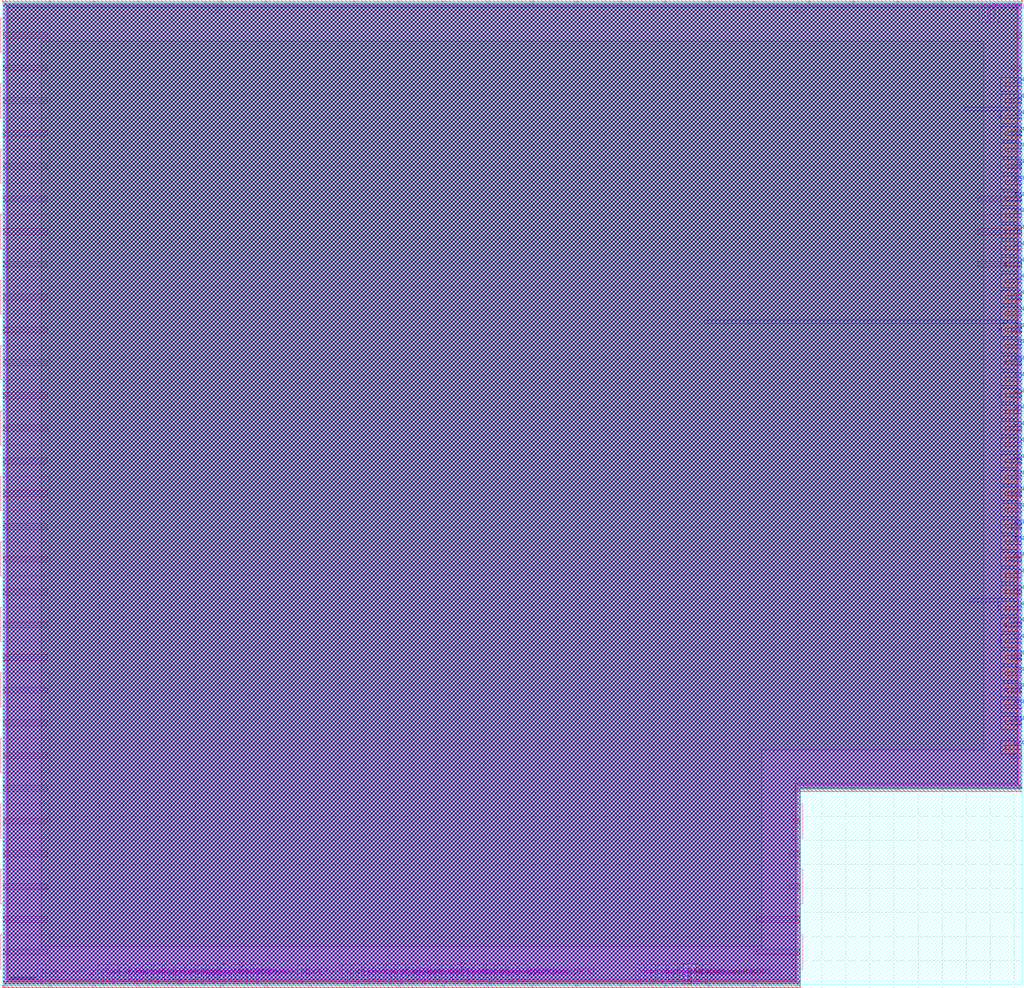
<source format=lef>
VERSION 5.7 ;
BUSBITCHARS "[]" ;

UNITS
  DATABASE MICRONS 1000 ;
END UNITS

MANUFACTURINGGRID 0.005 ;

LAYER nwell
  TYPE MASTERSLICE ;
END nwell

LAYER pwell
  TYPE MASTERSLICE ;
END pwell

LAYER fieldpoly
  TYPE MASTERSLICE ;
END fieldpoly

LAYER li1
  TYPE ROUTING ;
  DIRECTION VERTICAL ;
  PITCH 0.46 ;
  WIDTH 0.17 ;
END li1

LAYER mcon
  TYPE CUT ;
END mcon

LAYER met1
  TYPE ROUTING ;
  DIRECTION HORIZONTAL ;
  PITCH 0.34 ;
  WIDTH 0.14 ;
END met1

LAYER via
  TYPE CUT ;
END via

LAYER met2
  TYPE ROUTING ;
  DIRECTION VERTICAL ;
  PITCH 0.46 ;
  WIDTH 0.14 ;
END met2

LAYER via2
  TYPE CUT ;
END via2

LAYER met3
  TYPE ROUTING ;
  DIRECTION HORIZONTAL ;
  PITCH 0.68 ;
  WIDTH 0.3 ;
END met3

LAYER via3
  TYPE CUT ;
END via3

LAYER met4
  TYPE ROUTING ;
  DIRECTION VERTICAL ;
  PITCH 0.92 ;
  WIDTH 0.3 ;
END met4

LAYER via4
  TYPE CUT ;
END via4

LAYER met5
  TYPE ROUTING ;
  DIRECTION HORIZONTAL ;
  PITCH 3.4 ;
  WIDTH 1.6 ;
END met5

LAYER diff
  TYPE MASTERSLICE ;
END diff

LAYER licon1
  TYPE MASTERSLICE ;
END licon1

LAYER OVERLAP
  TYPE OVERLAP ;
END OVERLAP

VIA L1M1_PR
  LAYER li1 ;
    RECT -0.085 -0.085 0.085 0.085 ;
  LAYER mcon ;
    RECT -0.085 -0.085 0.085 0.085 ;
  LAYER met1 ;
    RECT -0.145 -0.115 0.145 0.115 ;
END L1M1_PR

VIA L1M1_PR_R
  LAYER li1 ;
    RECT -0.085 -0.085 0.085 0.085 ;
  LAYER mcon ;
    RECT -0.085 -0.085 0.085 0.085 ;
  LAYER met1 ;
    RECT -0.115 -0.145 0.115 0.145 ;
END L1M1_PR_R

VIA L1M1_PR_M
  LAYER li1 ;
    RECT -0.085 -0.085 0.085 0.085 ;
  LAYER mcon ;
    RECT -0.085 -0.085 0.085 0.085 ;
  LAYER met1 ;
    RECT -0.115 -0.145 0.115 0.145 ;
END L1M1_PR_M

VIA L1M1_PR_MR
  LAYER li1 ;
    RECT -0.085 -0.085 0.085 0.085 ;
  LAYER mcon ;
    RECT -0.085 -0.085 0.085 0.085 ;
  LAYER met1 ;
    RECT -0.145 -0.115 0.145 0.115 ;
END L1M1_PR_MR

VIA L1M1_PR_C
  LAYER li1 ;
    RECT -0.085 -0.085 0.085 0.085 ;
  LAYER mcon ;
    RECT -0.085 -0.085 0.085 0.085 ;
  LAYER met1 ;
    RECT -0.145 -0.145 0.145 0.145 ;
END L1M1_PR_C

VIA M1M2_PR
  LAYER met1 ;
    RECT -0.16 -0.13 0.16 0.13 ;
  LAYER via ;
    RECT -0.075 -0.075 0.075 0.075 ;
  LAYER met2 ;
    RECT -0.13 -0.16 0.13 0.16 ;
END M1M2_PR

VIA M1M2_PR_Enc
  LAYER met1 ;
    RECT -0.16 -0.13 0.16 0.13 ;
  LAYER via ;
    RECT -0.075 -0.075 0.075 0.075 ;
  LAYER met2 ;
    RECT -0.16 -0.13 0.16 0.13 ;
END M1M2_PR_Enc

VIA M1M2_PR_R
  LAYER met1 ;
    RECT -0.13 -0.16 0.13 0.16 ;
  LAYER via ;
    RECT -0.075 -0.075 0.075 0.075 ;
  LAYER met2 ;
    RECT -0.16 -0.13 0.16 0.13 ;
END M1M2_PR_R

VIA M1M2_PR_R_Enc
  LAYER met1 ;
    RECT -0.13 -0.16 0.13 0.16 ;
  LAYER via ;
    RECT -0.075 -0.075 0.075 0.075 ;
  LAYER met2 ;
    RECT -0.13 -0.16 0.13 0.16 ;
END M1M2_PR_R_Enc

VIA M1M2_PR_M
  LAYER met1 ;
    RECT -0.16 -0.13 0.16 0.13 ;
  LAYER via ;
    RECT -0.075 -0.075 0.075 0.075 ;
  LAYER met2 ;
    RECT -0.16 -0.13 0.16 0.13 ;
END M1M2_PR_M

VIA M1M2_PR_M_Enc
  LAYER met1 ;
    RECT -0.16 -0.13 0.16 0.13 ;
  LAYER via ;
    RECT -0.075 -0.075 0.075 0.075 ;
  LAYER met2 ;
    RECT -0.13 -0.16 0.13 0.16 ;
END M1M2_PR_M_Enc

VIA M1M2_PR_MR
  LAYER met1 ;
    RECT -0.13 -0.16 0.13 0.16 ;
  LAYER via ;
    RECT -0.075 -0.075 0.075 0.075 ;
  LAYER met2 ;
    RECT -0.13 -0.16 0.13 0.16 ;
END M1M2_PR_MR

VIA M1M2_PR_MR_Enc
  LAYER met1 ;
    RECT -0.13 -0.16 0.13 0.16 ;
  LAYER via ;
    RECT -0.075 -0.075 0.075 0.075 ;
  LAYER met2 ;
    RECT -0.16 -0.13 0.16 0.13 ;
END M1M2_PR_MR_Enc

VIA M1M2_PR_C
  LAYER met1 ;
    RECT -0.16 -0.16 0.16 0.16 ;
  LAYER via ;
    RECT -0.075 -0.075 0.075 0.075 ;
  LAYER met2 ;
    RECT -0.16 -0.16 0.16 0.16 ;
END M1M2_PR_C

VIA M2M3_PR
  LAYER met2 ;
    RECT -0.14 -0.185 0.14 0.185 ;
  LAYER via2 ;
    RECT -0.1 -0.1 0.1 0.1 ;
  LAYER met3 ;
    RECT -0.165 -0.165 0.165 0.165 ;
END M2M3_PR

VIA M2M3_PR_R
  LAYER met2 ;
    RECT -0.185 -0.14 0.185 0.14 ;
  LAYER via2 ;
    RECT -0.1 -0.1 0.1 0.1 ;
  LAYER met3 ;
    RECT -0.165 -0.165 0.165 0.165 ;
END M2M3_PR_R

VIA M2M3_PR_M
  LAYER met2 ;
    RECT -0.14 -0.185 0.14 0.185 ;
  LAYER via2 ;
    RECT -0.1 -0.1 0.1 0.1 ;
  LAYER met3 ;
    RECT -0.165 -0.165 0.165 0.165 ;
END M2M3_PR_M

VIA M2M3_PR_MR
  LAYER met2 ;
    RECT -0.185 -0.14 0.185 0.14 ;
  LAYER via2 ;
    RECT -0.1 -0.1 0.1 0.1 ;
  LAYER met3 ;
    RECT -0.165 -0.165 0.165 0.165 ;
END M2M3_PR_MR

VIA M2M3_PR_C
  LAYER met2 ;
    RECT -0.185 -0.185 0.185 0.185 ;
  LAYER via2 ;
    RECT -0.1 -0.1 0.1 0.1 ;
  LAYER met3 ;
    RECT -0.165 -0.165 0.165 0.165 ;
END M2M3_PR_C

VIA M3M4_PR
  LAYER met3 ;
    RECT -0.19 -0.16 0.19 0.16 ;
  LAYER via3 ;
    RECT -0.1 -0.1 0.1 0.1 ;
  LAYER met4 ;
    RECT -0.165 -0.165 0.165 0.165 ;
END M3M4_PR

VIA M3M4_PR_R
  LAYER met3 ;
    RECT -0.16 -0.19 0.16 0.19 ;
  LAYER via3 ;
    RECT -0.1 -0.1 0.1 0.1 ;
  LAYER met4 ;
    RECT -0.165 -0.165 0.165 0.165 ;
END M3M4_PR_R

VIA M3M4_PR_M
  LAYER met3 ;
    RECT -0.19 -0.16 0.19 0.16 ;
  LAYER via3 ;
    RECT -0.1 -0.1 0.1 0.1 ;
  LAYER met4 ;
    RECT -0.165 -0.165 0.165 0.165 ;
END M3M4_PR_M

VIA M3M4_PR_MR
  LAYER met3 ;
    RECT -0.16 -0.19 0.16 0.19 ;
  LAYER via3 ;
    RECT -0.1 -0.1 0.1 0.1 ;
  LAYER met4 ;
    RECT -0.165 -0.165 0.165 0.165 ;
END M3M4_PR_MR

VIA M3M4_PR_C
  LAYER met3 ;
    RECT -0.19 -0.19 0.19 0.19 ;
  LAYER via3 ;
    RECT -0.1 -0.1 0.1 0.1 ;
  LAYER met4 ;
    RECT -0.165 -0.165 0.165 0.165 ;
END M3M4_PR_C

VIA M4M5_PR
  LAYER met4 ;
    RECT -0.59 -0.59 0.59 0.59 ;
  LAYER via4 ;
    RECT -0.4 -0.4 0.4 0.4 ;
  LAYER met5 ;
    RECT -0.71 -0.71 0.71 0.71 ;
END M4M5_PR

VIA M4M5_PR_R
  LAYER met4 ;
    RECT -0.59 -0.59 0.59 0.59 ;
  LAYER via4 ;
    RECT -0.4 -0.4 0.4 0.4 ;
  LAYER met5 ;
    RECT -0.71 -0.71 0.71 0.71 ;
END M4M5_PR_R

VIA M4M5_PR_M
  LAYER met4 ;
    RECT -0.59 -0.59 0.59 0.59 ;
  LAYER via4 ;
    RECT -0.4 -0.4 0.4 0.4 ;
  LAYER met5 ;
    RECT -0.71 -0.71 0.71 0.71 ;
END M4M5_PR_M

VIA M4M5_PR_MR
  LAYER met4 ;
    RECT -0.59 -0.59 0.59 0.59 ;
  LAYER via4 ;
    RECT -0.4 -0.4 0.4 0.4 ;
  LAYER met5 ;
    RECT -0.71 -0.71 0.71 0.71 ;
END M4M5_PR_MR

VIA M4M5_PR_C
  LAYER met4 ;
    RECT -0.59 -0.59 0.59 0.59 ;
  LAYER via4 ;
    RECT -0.4 -0.4 0.4 0.4 ;
  LAYER met5 ;
    RECT -0.71 -0.71 0.71 0.71 ;
END M4M5_PR_C

SITE unit
  CLASS CORE ;
  SYMMETRY Y ;
  SIZE 0.46 BY 2.72 ;
END unit

SITE unithddbl
  CLASS CORE ;
  SIZE 0.46 BY 5.44 ;
END unithddbl

MACRO sb_0__2_
  CLASS BLOCK ;
  ORIGIN 0 0 ;
  SIZE 84.64 BY 81.6 ;
  SYMMETRY X Y ;
  PIN prog_clk[0]
    DIRECTION INPUT ;
    USE CLOCK ;
    PORT
      LAYER met3 ;
        RECT 83.26 19.57 84.64 19.87 ;
    END
  END prog_clk[0]
  PIN chanx_right_in[0]
    DIRECTION INPUT ;
    USE SIGNAL ;
    PORT
      LAYER met3 ;
        RECT 83.26 61.05 84.64 61.35 ;
    END
  END chanx_right_in[0]
  PIN chanx_right_in[1]
    DIRECTION INPUT ;
    USE SIGNAL ;
    PORT
      LAYER met3 ;
        RECT 83.26 39.29 84.64 39.59 ;
    END
  END chanx_right_in[1]
  PIN chanx_right_in[2]
    DIRECTION INPUT ;
    USE SIGNAL ;
    PORT
      LAYER met3 ;
        RECT 83.26 74.65 84.64 74.95 ;
    END
  END chanx_right_in[2]
  PIN chanx_right_in[3]
    DIRECTION INPUT ;
    USE SIGNAL ;
    PORT
      LAYER met3 ;
        RECT 83.26 56.97 84.64 57.27 ;
    END
  END chanx_right_in[3]
  PIN chanx_right_in[4]
    DIRECTION INPUT ;
    USE SIGNAL ;
    PORT
      LAYER met3 ;
        RECT 83.26 63.77 84.64 64.07 ;
    END
  END chanx_right_in[4]
  PIN chanx_right_in[5]
    DIRECTION INPUT ;
    USE SIGNAL ;
    PORT
      LAYER met3 ;
        RECT 83.26 69.21 84.64 69.51 ;
    END
  END chanx_right_in[5]
  PIN chanx_right_in[6]
    DIRECTION INPUT ;
    USE SIGNAL ;
    PORT
      LAYER met3 ;
        RECT 83.26 22.97 84.64 23.27 ;
    END
  END chanx_right_in[6]
  PIN chanx_right_in[7]
    DIRECTION INPUT ;
    USE SIGNAL ;
    PORT
      LAYER met3 ;
        RECT 83.26 73.29 84.64 73.59 ;
    END
  END chanx_right_in[7]
  PIN chanx_right_in[8]
    DIRECTION INPUT ;
    USE SIGNAL ;
    PORT
      LAYER met3 ;
        RECT 83.26 66.49 84.64 66.79 ;
    END
  END chanx_right_in[8]
  PIN chanx_right_in[9]
    DIRECTION INPUT ;
    USE SIGNAL ;
    PORT
      LAYER met3 ;
        RECT 83.26 21.61 84.64 21.91 ;
    END
  END chanx_right_in[9]
  PIN chanx_right_in[10]
    DIRECTION INPUT ;
    USE SIGNAL ;
    PORT
      LAYER met3 ;
        RECT 83.26 62.41 84.64 62.71 ;
    END
  END chanx_right_in[10]
  PIN chanx_right_in[11]
    DIRECTION INPUT ;
    USE SIGNAL ;
    PORT
      LAYER met3 ;
        RECT 83.26 36.57 84.64 36.87 ;
    END
  END chanx_right_in[11]
  PIN chanx_right_in[12]
    DIRECTION INPUT ;
    USE SIGNAL ;
    PORT
      LAYER met3 ;
        RECT 83.26 59.69 84.64 59.99 ;
    END
  END chanx_right_in[12]
  PIN chanx_right_in[13]
    DIRECTION INPUT ;
    USE SIGNAL ;
    PORT
      LAYER met3 ;
        RECT 83.26 43.37 84.64 43.67 ;
    END
  END chanx_right_in[13]
  PIN chanx_right_in[14]
    DIRECTION INPUT ;
    USE SIGNAL ;
    PORT
      LAYER met3 ;
        RECT 83.26 35.21 84.64 35.51 ;
    END
  END chanx_right_in[14]
  PIN chanx_right_in[15]
    DIRECTION INPUT ;
    USE SIGNAL ;
    PORT
      LAYER met3 ;
        RECT 83.26 55.61 84.64 55.91 ;
    END
  END chanx_right_in[15]
  PIN chanx_right_in[16]
    DIRECTION INPUT ;
    USE SIGNAL ;
    PORT
      LAYER met3 ;
        RECT 83.26 67.85 84.64 68.15 ;
    END
  END chanx_right_in[16]
  PIN chanx_right_in[17]
    DIRECTION INPUT ;
    USE SIGNAL ;
    PORT
      LAYER met3 ;
        RECT 83.26 44.73 84.64 45.03 ;
    END
  END chanx_right_in[17]
  PIN chanx_right_in[18]
    DIRECTION INPUT ;
    USE SIGNAL ;
    PORT
      LAYER met3 ;
        RECT 83.26 33.85 84.64 34.15 ;
    END
  END chanx_right_in[18]
  PIN chanx_right_in[19]
    DIRECTION INPUT ;
    USE SIGNAL ;
    PORT
      LAYER met3 ;
        RECT 83.26 40.65 84.64 40.95 ;
    END
  END chanx_right_in[19]
  PIN right_top_grid_pin_1_[0]
    DIRECTION INPUT ;
    USE SIGNAL ;
    PORT
      LAYER met2 ;
        RECT 81.35 80.24 81.49 81.6 ;
    END
  END right_top_grid_pin_1_[0]
  PIN chany_bottom_in[0]
    DIRECTION INPUT ;
    USE SIGNAL ;
    PORT
      LAYER met2 ;
        RECT 34.89 0 35.03 1.36 ;
    END
  END chany_bottom_in[0]
  PIN chany_bottom_in[1]
    DIRECTION INPUT ;
    USE SIGNAL ;
    PORT
      LAYER met2 ;
        RECT 24.77 0 24.91 1.36 ;
    END
  END chany_bottom_in[1]
  PIN chany_bottom_in[2]
    DIRECTION INPUT ;
    USE SIGNAL ;
    PORT
      LAYER met2 ;
        RECT 53.75 0 53.89 1.36 ;
    END
  END chany_bottom_in[2]
  PIN chany_bottom_in[3]
    DIRECTION INPUT ;
    USE SIGNAL ;
    PORT
      LAYER met2 ;
        RECT 36.73 0 36.87 1.36 ;
    END
  END chany_bottom_in[3]
  PIN chany_bottom_in[4]
    DIRECTION INPUT ;
    USE SIGNAL ;
    PORT
      LAYER met4 ;
        RECT 56.89 0 57.19 1.36 ;
    END
  END chany_bottom_in[4]
  PIN chany_bottom_in[5]
    DIRECTION INPUT ;
    USE SIGNAL ;
    PORT
      LAYER met2 ;
        RECT 52.83 0 52.97 1.36 ;
    END
  END chany_bottom_in[5]
  PIN chany_bottom_in[6]
    DIRECTION INPUT ;
    USE SIGNAL ;
    PORT
      LAYER met2 ;
        RECT 43.17 0 43.31 1.36 ;
    END
  END chany_bottom_in[6]
  PIN chany_bottom_in[7]
    DIRECTION INPUT ;
    USE SIGNAL ;
    PORT
      LAYER met2 ;
        RECT 10.05 0 10.19 1.36 ;
    END
  END chany_bottom_in[7]
  PIN chany_bottom_in[8]
    DIRECTION INPUT ;
    USE SIGNAL ;
    PORT
      LAYER met2 ;
        RECT 42.25 0 42.39 1.36 ;
    END
  END chany_bottom_in[8]
  PIN chany_bottom_in[9]
    DIRECTION INPUT ;
    USE SIGNAL ;
    PORT
      LAYER met2 ;
        RECT 8.21 0 8.35 1.36 ;
    END
  END chany_bottom_in[9]
  PIN chany_bottom_in[10]
    DIRECTION INPUT ;
    USE SIGNAL ;
    PORT
      LAYER met2 ;
        RECT 21.09 0 21.23 1.36 ;
    END
  END chany_bottom_in[10]
  PIN chany_bottom_in[11]
    DIRECTION INPUT ;
    USE SIGNAL ;
    PORT
      LAYER met2 ;
        RECT 37.65 0 37.79 1.36 ;
    END
  END chany_bottom_in[11]
  PIN chany_bottom_in[12]
    DIRECTION INPUT ;
    USE SIGNAL ;
    PORT
      LAYER met2 ;
        RECT 58.35 0 58.49 1.36 ;
    END
  END chany_bottom_in[12]
  PIN chany_bottom_in[13]
    DIRECTION INPUT ;
    USE SIGNAL ;
    PORT
      LAYER met2 ;
        RECT 39.49 0 39.63 1.36 ;
    END
  END chany_bottom_in[13]
  PIN chany_bottom_in[14]
    DIRECTION INPUT ;
    USE SIGNAL ;
    PORT
      LAYER met2 ;
        RECT 57.43 0 57.57 1.36 ;
    END
  END chany_bottom_in[14]
  PIN chany_bottom_in[15]
    DIRECTION INPUT ;
    USE SIGNAL ;
    PORT
      LAYER met2 ;
        RECT 9.13 0 9.27 1.36 ;
    END
  END chany_bottom_in[15]
  PIN chany_bottom_in[16]
    DIRECTION INPUT ;
    USE SIGNAL ;
    PORT
      LAYER met2 ;
        RECT 28.45 0 28.59 1.36 ;
    END
  END chany_bottom_in[16]
  PIN chany_bottom_in[17]
    DIRECTION INPUT ;
    USE SIGNAL ;
    PORT
      LAYER met2 ;
        RECT 20.17 0 20.31 1.36 ;
    END
  END chany_bottom_in[17]
  PIN chany_bottom_in[18]
    DIRECTION INPUT ;
    USE SIGNAL ;
    PORT
      LAYER met2 ;
        RECT 19.25 0 19.39 1.36 ;
    END
  END chany_bottom_in[18]
  PIN chany_bottom_in[19]
    DIRECTION INPUT ;
    USE SIGNAL ;
    PORT
      LAYER met2 ;
        RECT 30.29 0 30.43 1.36 ;
    END
  END chany_bottom_in[19]
  PIN bottom_left_grid_pin_1_[0]
    DIRECTION INPUT ;
    USE SIGNAL ;
    PORT
      LAYER met2 ;
        RECT 3.15 0 3.29 1.36 ;
    END
  END bottom_left_grid_pin_1_[0]
  PIN ccff_head[0]
    DIRECTION INPUT ;
    USE SIGNAL ;
    PORT
      LAYER met2 ;
        RECT 82.27 80.24 82.41 81.6 ;
    END
  END ccff_head[0]
  PIN chanx_right_out[0]
    DIRECTION OUTPUT ;
    USE SIGNAL ;
    PORT
      LAYER met3 ;
        RECT 83.26 58.33 84.64 58.63 ;
    END
  END chanx_right_out[0]
  PIN chanx_right_out[1]
    DIRECTION OUTPUT ;
    USE SIGNAL ;
    PORT
      LAYER met3 ;
        RECT 83.26 70.57 84.64 70.87 ;
    END
  END chanx_right_out[1]
  PIN chanx_right_out[2]
    DIRECTION OUTPUT ;
    USE SIGNAL ;
    PORT
      LAYER met3 ;
        RECT 83.26 65.13 84.64 65.43 ;
    END
  END chanx_right_out[2]
  PIN chanx_right_out[3]
    DIRECTION OUTPUT ;
    USE SIGNAL ;
    PORT
      LAYER met3 ;
        RECT 83.26 47.45 84.64 47.75 ;
    END
  END chanx_right_out[3]
  PIN chanx_right_out[4]
    DIRECTION OUTPUT ;
    USE SIGNAL ;
    PORT
      LAYER met3 ;
        RECT 83.26 42.01 84.64 42.31 ;
    END
  END chanx_right_out[4]
  PIN chanx_right_out[5]
    DIRECTION OUTPUT ;
    USE SIGNAL ;
    PORT
      LAYER met3 ;
        RECT 83.26 25.69 84.64 25.99 ;
    END
  END chanx_right_out[5]
  PIN chanx_right_out[6]
    DIRECTION OUTPUT ;
    USE SIGNAL ;
    PORT
      LAYER met3 ;
        RECT 83.26 32.49 84.64 32.79 ;
    END
  END chanx_right_out[6]
  PIN chanx_right_out[7]
    DIRECTION OUTPUT ;
    USE SIGNAL ;
    PORT
      LAYER met3 ;
        RECT 83.26 54.25 84.64 54.55 ;
    END
  END chanx_right_out[7]
  PIN chanx_right_out[8]
    DIRECTION OUTPUT ;
    USE SIGNAL ;
    PORT
      LAYER met3 ;
        RECT 83.26 71.93 84.64 72.23 ;
    END
  END chanx_right_out[8]
  PIN chanx_right_out[9]
    DIRECTION OUTPUT ;
    USE SIGNAL ;
    PORT
      LAYER met3 ;
        RECT 83.26 48.81 84.64 49.11 ;
    END
  END chanx_right_out[9]
  PIN chanx_right_out[10]
    DIRECTION OUTPUT ;
    USE SIGNAL ;
    PORT
      LAYER met3 ;
        RECT 83.26 24.33 84.64 24.63 ;
    END
  END chanx_right_out[10]
  PIN chanx_right_out[11]
    DIRECTION OUTPUT ;
    USE SIGNAL ;
    PORT
      LAYER met3 ;
        RECT 83.26 52.89 84.64 53.19 ;
    END
  END chanx_right_out[11]
  PIN chanx_right_out[12]
    DIRECTION OUTPUT ;
    USE SIGNAL ;
    PORT
      LAYER met3 ;
        RECT 83.26 37.93 84.64 38.23 ;
    END
  END chanx_right_out[12]
  PIN chanx_right_out[13]
    DIRECTION OUTPUT ;
    USE SIGNAL ;
    PORT
      LAYER met3 ;
        RECT 83.26 27.05 84.64 27.35 ;
    END
  END chanx_right_out[13]
  PIN chanx_right_out[14]
    DIRECTION OUTPUT ;
    USE SIGNAL ;
    PORT
      LAYER met3 ;
        RECT 83.26 31.13 84.64 31.43 ;
    END
  END chanx_right_out[14]
  PIN chanx_right_out[15]
    DIRECTION OUTPUT ;
    USE SIGNAL ;
    PORT
      LAYER met3 ;
        RECT 83.26 50.17 84.64 50.47 ;
    END
  END chanx_right_out[15]
  PIN chanx_right_out[16]
    DIRECTION OUTPUT ;
    USE SIGNAL ;
    PORT
      LAYER met3 ;
        RECT 83.26 46.09 84.64 46.39 ;
    END
  END chanx_right_out[16]
  PIN chanx_right_out[17]
    DIRECTION OUTPUT ;
    USE SIGNAL ;
    PORT
      LAYER met3 ;
        RECT 83.26 51.53 84.64 51.83 ;
    END
  END chanx_right_out[17]
  PIN chanx_right_out[18]
    DIRECTION OUTPUT ;
    USE SIGNAL ;
    PORT
      LAYER met3 ;
        RECT 83.26 28.41 84.64 28.71 ;
    END
  END chanx_right_out[18]
  PIN chanx_right_out[19]
    DIRECTION OUTPUT ;
    USE SIGNAL ;
    PORT
      LAYER met3 ;
        RECT 83.26 29.77 84.64 30.07 ;
    END
  END chanx_right_out[19]
  PIN chany_bottom_out[0]
    DIRECTION OUTPUT ;
    USE SIGNAL ;
    PORT
      LAYER met2 ;
        RECT 40.41 0 40.55 1.36 ;
    END
  END chany_bottom_out[0]
  PIN chany_bottom_out[1]
    DIRECTION OUTPUT ;
    USE SIGNAL ;
    PORT
      LAYER met2 ;
        RECT 54.67 0 54.81 1.36 ;
    END
  END chany_bottom_out[1]
  PIN chany_bottom_out[2]
    DIRECTION OUTPUT ;
    USE SIGNAL ;
    PORT
      LAYER met2 ;
        RECT 29.37 0 29.51 1.36 ;
    END
  END chany_bottom_out[2]
  PIN chany_bottom_out[3]
    DIRECTION OUTPUT ;
    USE SIGNAL ;
    PORT
      LAYER met2 ;
        RECT 33.97 0 34.11 1.36 ;
    END
  END chany_bottom_out[3]
  PIN chany_bottom_out[4]
    DIRECTION OUTPUT ;
    USE SIGNAL ;
    PORT
      LAYER met2 ;
        RECT 31.21 0 31.35 1.36 ;
    END
  END chany_bottom_out[4]
  PIN chany_bottom_out[5]
    DIRECTION OUTPUT ;
    USE SIGNAL ;
    PORT
      LAYER met2 ;
        RECT 38.57 0 38.71 1.36 ;
    END
  END chany_bottom_out[5]
  PIN chany_bottom_out[6]
    DIRECTION OUTPUT ;
    USE SIGNAL ;
    PORT
      LAYER met2 ;
        RECT 10.97 0 11.11 1.36 ;
    END
  END chany_bottom_out[6]
  PIN chany_bottom_out[7]
    DIRECTION OUTPUT ;
    USE SIGNAL ;
    PORT
      LAYER met2 ;
        RECT 16.49 0 16.63 1.36 ;
    END
  END chany_bottom_out[7]
  PIN chany_bottom_out[8]
    DIRECTION OUTPUT ;
    USE SIGNAL ;
    PORT
      LAYER met2 ;
        RECT 35.81 0 35.95 1.36 ;
    END
  END chany_bottom_out[8]
  PIN chany_bottom_out[9]
    DIRECTION OUTPUT ;
    USE SIGNAL ;
    PORT
      LAYER met2 ;
        RECT 11.89 0 12.03 1.36 ;
    END
  END chany_bottom_out[9]
  PIN chany_bottom_out[10]
    DIRECTION OUTPUT ;
    USE SIGNAL ;
    PORT
      LAYER met2 ;
        RECT 55.59 0 55.73 1.36 ;
    END
  END chany_bottom_out[10]
  PIN chany_bottom_out[11]
    DIRECTION OUTPUT ;
    USE SIGNAL ;
    PORT
      LAYER met2 ;
        RECT 33.05 0 33.19 1.36 ;
    END
  END chany_bottom_out[11]
  PIN chany_bottom_out[12]
    DIRECTION OUTPUT ;
    USE SIGNAL ;
    PORT
      LAYER met2 ;
        RECT 17.41 0 17.55 1.36 ;
    END
  END chany_bottom_out[12]
  PIN chany_bottom_out[13]
    DIRECTION OUTPUT ;
    USE SIGNAL ;
    PORT
      LAYER met2 ;
        RECT 56.51 0 56.65 1.36 ;
    END
  END chany_bottom_out[13]
  PIN chany_bottom_out[14]
    DIRECTION OUTPUT ;
    USE SIGNAL ;
    PORT
      LAYER met2 ;
        RECT 15.57 0 15.71 1.36 ;
    END
  END chany_bottom_out[14]
  PIN chany_bottom_out[15]
    DIRECTION OUTPUT ;
    USE SIGNAL ;
    PORT
      LAYER met2 ;
        RECT 12.81 0 12.95 1.36 ;
    END
  END chany_bottom_out[15]
  PIN chany_bottom_out[16]
    DIRECTION OUTPUT ;
    USE SIGNAL ;
    PORT
      LAYER met2 ;
        RECT 41.33 0 41.47 1.36 ;
    END
  END chany_bottom_out[16]
  PIN chany_bottom_out[17]
    DIRECTION OUTPUT ;
    USE SIGNAL ;
    PORT
      LAYER met2 ;
        RECT 32.13 0 32.27 1.36 ;
    END
  END chany_bottom_out[17]
  PIN chany_bottom_out[18]
    DIRECTION OUTPUT ;
    USE SIGNAL ;
    PORT
      LAYER met2 ;
        RECT 14.65 0 14.79 1.36 ;
    END
  END chany_bottom_out[18]
  PIN chany_bottom_out[19]
    DIRECTION OUTPUT ;
    USE SIGNAL ;
    PORT
      LAYER met2 ;
        RECT 13.73 0 13.87 1.36 ;
    END
  END chany_bottom_out[19]
  PIN ccff_tail[0]
    DIRECTION OUTPUT ;
    USE SIGNAL ;
    PORT
      LAYER met2 ;
        RECT 18.33 0 18.47 1.36 ;
    END
  END ccff_tail[0]
  PIN VDD
    DIRECTION INPUT ;
    USE POWER ;
  END VDD
  PIN VSS
    DIRECTION INPUT ;
    USE GROUND ;
  END VSS
  OBS
    LAYER li1 ;
      RECT 0 81.515 84.64 81.685 ;
      RECT 84.18 78.795 84.64 78.965 ;
      RECT 0 78.795 3.68 78.965 ;
      RECT 83.72 76.075 84.64 76.245 ;
      RECT 0 76.075 3.68 76.245 ;
      RECT 83.72 73.355 84.64 73.525 ;
      RECT 0 73.355 3.68 73.525 ;
      RECT 83.72 70.635 84.64 70.805 ;
      RECT 0 70.635 3.68 70.805 ;
      RECT 83.72 67.915 84.64 68.085 ;
      RECT 0 67.915 3.68 68.085 ;
      RECT 80.96 65.195 84.64 65.365 ;
      RECT 0 65.195 3.68 65.365 ;
      RECT 80.96 62.475 84.64 62.645 ;
      RECT 0 62.475 3.68 62.645 ;
      RECT 80.96 59.755 84.64 59.925 ;
      RECT 0 59.755 3.68 59.925 ;
      RECT 83.72 57.035 84.64 57.205 ;
      RECT 0 57.035 3.68 57.205 ;
      RECT 83.72 54.315 84.64 54.485 ;
      RECT 0 54.315 3.68 54.485 ;
      RECT 83.72 51.595 84.64 51.765 ;
      RECT 0 51.595 3.68 51.765 ;
      RECT 83.72 48.875 84.64 49.045 ;
      RECT 0 48.875 3.68 49.045 ;
      RECT 83.72 46.155 84.64 46.325 ;
      RECT 0 46.155 3.68 46.325 ;
      RECT 83.72 43.435 84.64 43.605 ;
      RECT 0 43.435 3.68 43.605 ;
      RECT 83.72 40.715 84.64 40.885 ;
      RECT 0 40.715 3.68 40.885 ;
      RECT 83.72 37.995 84.64 38.165 ;
      RECT 0 37.995 3.68 38.165 ;
      RECT 83.72 35.275 84.64 35.445 ;
      RECT 0 35.275 3.68 35.445 ;
      RECT 83.72 32.555 84.64 32.725 ;
      RECT 0 32.555 3.68 32.725 ;
      RECT 83.72 29.835 84.64 30.005 ;
      RECT 0 29.835 3.68 30.005 ;
      RECT 83.72 27.115 84.64 27.285 ;
      RECT 0 27.115 3.68 27.285 ;
      RECT 83.72 24.395 84.64 24.565 ;
      RECT 0 24.395 3.68 24.565 ;
      RECT 83.72 21.675 84.64 21.845 ;
      RECT 0 21.675 3.68 21.845 ;
      RECT 83.72 18.955 84.64 19.125 ;
      RECT 0 18.955 3.68 19.125 ;
      RECT 65.78 16.235 84.64 16.405 ;
      RECT 0 16.235 3.68 16.405 ;
      RECT 65.78 13.515 66.24 13.685 ;
      RECT 0 13.515 3.68 13.685 ;
      RECT 65.32 10.795 66.24 10.965 ;
      RECT 0 10.795 3.68 10.965 ;
      RECT 65.32 8.075 66.24 8.245 ;
      RECT 0 8.075 3.68 8.245 ;
      RECT 62.56 5.355 66.24 5.525 ;
      RECT 0 5.355 3.68 5.525 ;
      RECT 62.56 2.635 66.24 2.805 ;
      RECT 0 2.635 3.68 2.805 ;
      RECT 0 -0.085 66.24 0.085 ;
    LAYER met3 ;
      POLYGON 83.425 72.925 83.425 72.595 83.095 72.595 83.095 72.61 79.89 72.61 79.89 72.91 83.095 72.91 83.095 72.925 ;
      POLYGON 82.86 55.23 82.86 55.21 83.41 55.21 83.41 54.93 58.27 54.93 58.27 55.23 ;
      POLYGON 82.95 32.11 82.95 31.83 82.86 31.83 82.86 31.13 82.65 31.13 82.65 31.81 80.35 31.81 80.35 32.11 ;
      POLYGON 84.24 81.2 84.24 75.35 82.86 75.35 82.86 74.25 84.24 74.25 84.24 73.99 82.86 73.99 82.86 72.89 84.24 72.89 84.24 72.63 82.86 72.63 82.86 71.53 84.24 71.53 84.24 71.27 82.86 71.27 82.86 70.17 84.24 70.17 84.24 69.91 82.86 69.91 82.86 68.81 84.24 68.81 84.24 68.55 82.86 68.55 82.86 67.45 84.24 67.45 84.24 67.19 82.86 67.19 82.86 66.09 84.24 66.09 84.24 65.83 82.86 65.83 82.86 64.73 84.24 64.73 84.24 64.47 82.86 64.47 82.86 63.37 84.24 63.37 84.24 63.11 82.86 63.11 82.86 62.01 84.24 62.01 84.24 61.75 82.86 61.75 82.86 60.65 84.24 60.65 84.24 60.39 82.86 60.39 82.86 59.29 84.24 59.29 84.24 59.03 82.86 59.03 82.86 57.93 84.24 57.93 84.24 57.67 82.86 57.67 82.86 56.57 84.24 56.57 84.24 56.31 82.86 56.31 82.86 55.21 84.24 55.21 84.24 54.95 82.86 54.95 82.86 53.85 84.24 53.85 84.24 53.59 82.86 53.59 82.86 52.49 84.24 52.49 84.24 52.23 82.86 52.23 82.86 51.13 84.24 51.13 84.24 50.87 82.86 50.87 82.86 49.77 84.24 49.77 84.24 49.51 82.86 49.51 82.86 48.41 84.24 48.41 84.24 48.15 82.86 48.15 82.86 47.05 84.24 47.05 84.24 46.79 82.86 46.79 82.86 45.69 84.24 45.69 84.24 45.43 82.86 45.43 82.86 44.33 84.24 44.33 84.24 44.07 82.86 44.07 82.86 42.97 84.24 42.97 84.24 42.71 82.86 42.71 82.86 41.61 84.24 41.61 84.24 41.35 82.86 41.35 82.86 40.25 84.24 40.25 84.24 39.99 82.86 39.99 82.86 38.89 84.24 38.89 84.24 38.63 82.86 38.63 82.86 37.53 84.24 37.53 84.24 37.27 82.86 37.27 82.86 36.17 84.24 36.17 84.24 35.91 82.86 35.91 82.86 34.81 84.24 34.81 84.24 34.55 82.86 34.55 82.86 33.45 84.24 33.45 84.24 33.19 82.86 33.19 82.86 32.09 84.24 32.09 84.24 31.83 82.86 31.83 82.86 30.73 84.24 30.73 84.24 30.47 82.86 30.47 82.86 29.37 84.24 29.37 84.24 29.11 82.86 29.11 82.86 28.01 84.24 28.01 84.24 27.75 82.86 27.75 82.86 26.65 84.24 26.65 84.24 26.39 82.86 26.39 82.86 25.29 84.24 25.29 84.24 25.03 82.86 25.03 82.86 23.93 84.24 23.93 84.24 23.67 82.86 23.67 82.86 22.57 84.24 22.57 84.24 22.31 82.86 22.31 82.86 21.21 84.24 21.21 84.24 20.27 82.86 20.27 82.86 19.17 84.24 19.17 84.24 16.72 65.84 16.72 65.84 0.4 0.4 0.4 0.4 81.2 ;
    LAYER met2 ;
      RECT 38.05 1.54 38.31 1.86 ;
      RECT 19.65 1.54 19.91 1.86 ;
      POLYGON 84.36 81.32 84.36 16.6 65.96 16.6 65.96 0.28 58.77 0.28 58.77 1.64 58.07 1.64 58.07 0.28 57.85 0.28 57.85 1.64 57.15 1.64 57.15 0.28 56.93 0.28 56.93 1.64 56.23 1.64 56.23 0.28 56.01 0.28 56.01 1.64 55.31 1.64 55.31 0.28 55.09 0.28 55.09 1.64 54.39 1.64 54.39 0.28 54.17 0.28 54.17 1.64 53.47 1.64 53.47 0.28 53.25 0.28 53.25 1.64 52.55 1.64 52.55 0.28 43.59 0.28 43.59 1.64 42.89 1.64 42.89 0.28 42.67 0.28 42.67 1.64 41.97 1.64 41.97 0.28 41.75 0.28 41.75 1.64 41.05 1.64 41.05 0.28 40.83 0.28 40.83 1.64 40.13 1.64 40.13 0.28 39.91 0.28 39.91 1.64 39.21 1.64 39.21 0.28 38.99 0.28 38.99 1.64 38.29 1.64 38.29 0.28 38.07 0.28 38.07 1.64 37.37 1.64 37.37 0.28 37.15 0.28 37.15 1.64 36.45 1.64 36.45 0.28 36.23 0.28 36.23 1.64 35.53 1.64 35.53 0.28 35.31 0.28 35.31 1.64 34.61 1.64 34.61 0.28 34.39 0.28 34.39 1.64 33.69 1.64 33.69 0.28 33.47 0.28 33.47 1.64 32.77 1.64 32.77 0.28 32.55 0.28 32.55 1.64 31.85 1.64 31.85 0.28 31.63 0.28 31.63 1.64 30.93 1.64 30.93 0.28 30.71 0.28 30.71 1.64 30.01 1.64 30.01 0.28 29.79 0.28 29.79 1.64 29.09 1.64 29.09 0.28 28.87 0.28 28.87 1.64 28.17 1.64 28.17 0.28 25.19 0.28 25.19 1.64 24.49 1.64 24.49 0.28 21.51 0.28 21.51 1.64 20.81 1.64 20.81 0.28 20.59 0.28 20.59 1.64 19.89 1.64 19.89 0.28 19.67 0.28 19.67 1.64 18.97 1.64 18.97 0.28 18.75 0.28 18.75 1.64 18.05 1.64 18.05 0.28 17.83 0.28 17.83 1.64 17.13 1.64 17.13 0.28 16.91 0.28 16.91 1.64 16.21 1.64 16.21 0.28 15.99 0.28 15.99 1.64 15.29 1.64 15.29 0.28 15.07 0.28 15.07 1.64 14.37 1.64 14.37 0.28 14.15 0.28 14.15 1.64 13.45 1.64 13.45 0.28 13.23 0.28 13.23 1.64 12.53 1.64 12.53 0.28 12.31 0.28 12.31 1.64 11.61 1.64 11.61 0.28 11.39 0.28 11.39 1.64 10.69 1.64 10.69 0.28 10.47 0.28 10.47 1.64 9.77 1.64 9.77 0.28 9.55 0.28 9.55 1.64 8.85 1.64 8.85 0.28 8.63 0.28 8.63 1.64 7.93 1.64 7.93 0.28 3.57 0.28 3.57 1.64 2.87 1.64 2.87 0.28 0.28 0.28 0.28 81.32 81.07 81.32 81.07 79.96 81.77 79.96 81.77 81.32 81.99 81.32 81.99 79.96 82.69 79.96 82.69 81.32 ;
    LAYER met4 ;
      POLYGON 84.24 81.2 84.24 16.72 65.84 16.72 65.84 0.4 57.59 0.4 57.59 1.76 56.49 1.76 56.49 0.4 0.4 0.4 0.4 81.2 ;
    LAYER li1 ;
      RECT 65.865 80.79 66.615 81.335 ;
      RECT 17.105 80.79 17.855 81.335 ;
      RECT 65.865 16.585 66.615 17.13 ;
      RECT 17.105 0.265 17.855 0.81 ;
      POLYGON 84.3 81.26 84.3 16.66 65.9 16.66 65.9 0.34 0.34 0.34 0.34 81.26 ;
    LAYER met1 ;
      RECT 0 81.36 84.64 81.84 ;
      RECT 84.18 78.64 84.64 79.12 ;
      RECT 0 78.64 3.68 79.12 ;
      RECT 83.72 75.92 84.64 76.4 ;
      RECT 0 75.92 3.68 76.4 ;
      RECT 83.72 73.2 84.64 73.68 ;
      RECT 0 73.2 3.68 73.68 ;
      RECT 83.72 70.48 84.64 70.96 ;
      RECT 0 70.48 3.68 70.96 ;
      RECT 83.72 67.76 84.64 68.24 ;
      RECT 0 67.76 3.68 68.24 ;
      RECT 80.96 65.04 84.64 65.52 ;
      RECT 0 65.04 3.68 65.52 ;
      RECT 80.96 62.32 84.64 62.8 ;
      RECT 0 62.32 3.68 62.8 ;
      RECT 80.96 59.6 84.64 60.08 ;
      RECT 0 59.6 3.68 60.08 ;
      RECT 83.72 56.88 84.64 57.36 ;
      RECT 0 56.88 3.68 57.36 ;
      RECT 83.72 54.16 84.64 54.64 ;
      RECT 0 54.16 3.68 54.64 ;
      RECT 83.72 51.44 84.64 51.92 ;
      RECT 0 51.44 3.68 51.92 ;
      RECT 83.72 48.72 84.64 49.2 ;
      RECT 0 48.72 3.68 49.2 ;
      RECT 83.72 46 84.64 46.48 ;
      RECT 0 46 3.68 46.48 ;
      RECT 83.72 43.28 84.64 43.76 ;
      RECT 0 43.28 3.68 43.76 ;
      RECT 83.72 40.56 84.64 41.04 ;
      RECT 0 40.56 3.68 41.04 ;
      RECT 83.72 37.84 84.64 38.32 ;
      RECT 0 37.84 3.68 38.32 ;
      RECT 83.72 35.12 84.64 35.6 ;
      RECT 0 35.12 3.68 35.6 ;
      RECT 83.72 32.4 84.64 32.88 ;
      RECT 0 32.4 3.68 32.88 ;
      RECT 83.72 29.68 84.64 30.16 ;
      RECT 0 29.68 3.68 30.16 ;
      RECT 83.72 26.96 84.64 27.44 ;
      RECT 0 26.96 3.68 27.44 ;
      RECT 83.72 24.24 84.64 24.72 ;
      RECT 0 24.24 3.68 24.72 ;
      RECT 83.72 21.52 84.64 22 ;
      RECT 0 21.52 3.68 22 ;
      RECT 83.72 18.8 84.64 19.28 ;
      RECT 0 18.8 3.68 19.28 ;
      RECT 65.78 16.08 84.64 16.56 ;
      RECT 0 16.08 3.68 16.56 ;
      RECT 65.78 13.36 66.24 13.84 ;
      RECT 0 13.36 3.68 13.84 ;
      RECT 65.32 10.64 66.24 11.12 ;
      RECT 0 10.64 3.68 11.12 ;
      RECT 65.32 7.92 66.24 8.4 ;
      RECT 0 7.92 3.68 8.4 ;
      RECT 62.56 5.2 66.24 5.68 ;
      RECT 0 5.2 3.68 5.68 ;
      RECT 62.56 2.48 66.24 2.96 ;
      RECT 0 2.48 3.68 2.96 ;
      RECT 0 -0.24 66.24 0.24 ;
      POLYGON 84.36 81.32 84.36 16.6 65.96 16.6 65.96 0.28 0.28 0.28 0.28 81.32 ;
    LAYER met5 ;
      POLYGON 81.44 78.4 81.44 19.52 63.04 19.52 63.04 3.2 3.2 3.2 3.2 78.4 ;
    LAYER mcon ;
      RECT 84.325 81.515 84.495 81.685 ;
      RECT 83.865 81.515 84.035 81.685 ;
      RECT 83.405 81.515 83.575 81.685 ;
      RECT 82.945 81.515 83.115 81.685 ;
      RECT 82.485 81.515 82.655 81.685 ;
      RECT 82.025 81.515 82.195 81.685 ;
      RECT 81.565 81.515 81.735 81.685 ;
      RECT 81.105 81.515 81.275 81.685 ;
      RECT 80.645 81.515 80.815 81.685 ;
      RECT 80.185 81.515 80.355 81.685 ;
      RECT 79.725 81.515 79.895 81.685 ;
      RECT 79.265 81.515 79.435 81.685 ;
      RECT 78.805 81.515 78.975 81.685 ;
      RECT 78.345 81.515 78.515 81.685 ;
      RECT 77.885 81.515 78.055 81.685 ;
      RECT 77.425 81.515 77.595 81.685 ;
      RECT 76.965 81.515 77.135 81.685 ;
      RECT 76.505 81.515 76.675 81.685 ;
      RECT 76.045 81.515 76.215 81.685 ;
      RECT 75.585 81.515 75.755 81.685 ;
      RECT 75.125 81.515 75.295 81.685 ;
      RECT 74.665 81.515 74.835 81.685 ;
      RECT 74.205 81.515 74.375 81.685 ;
      RECT 73.745 81.515 73.915 81.685 ;
      RECT 73.285 81.515 73.455 81.685 ;
      RECT 72.825 81.515 72.995 81.685 ;
      RECT 72.365 81.515 72.535 81.685 ;
      RECT 71.905 81.515 72.075 81.685 ;
      RECT 71.445 81.515 71.615 81.685 ;
      RECT 70.985 81.515 71.155 81.685 ;
      RECT 70.525 81.515 70.695 81.685 ;
      RECT 70.065 81.515 70.235 81.685 ;
      RECT 69.605 81.515 69.775 81.685 ;
      RECT 69.145 81.515 69.315 81.685 ;
      RECT 68.685 81.515 68.855 81.685 ;
      RECT 68.225 81.515 68.395 81.685 ;
      RECT 67.765 81.515 67.935 81.685 ;
      RECT 67.305 81.515 67.475 81.685 ;
      RECT 66.845 81.515 67.015 81.685 ;
      RECT 66.385 81.515 66.555 81.685 ;
      RECT 65.925 81.515 66.095 81.685 ;
      RECT 65.465 81.515 65.635 81.685 ;
      RECT 65.005 81.515 65.175 81.685 ;
      RECT 64.545 81.515 64.715 81.685 ;
      RECT 64.085 81.515 64.255 81.685 ;
      RECT 63.625 81.515 63.795 81.685 ;
      RECT 63.165 81.515 63.335 81.685 ;
      RECT 62.705 81.515 62.875 81.685 ;
      RECT 62.245 81.515 62.415 81.685 ;
      RECT 61.785 81.515 61.955 81.685 ;
      RECT 61.325 81.515 61.495 81.685 ;
      RECT 60.865 81.515 61.035 81.685 ;
      RECT 60.405 81.515 60.575 81.685 ;
      RECT 59.945 81.515 60.115 81.685 ;
      RECT 59.485 81.515 59.655 81.685 ;
      RECT 59.025 81.515 59.195 81.685 ;
      RECT 58.565 81.515 58.735 81.685 ;
      RECT 58.105 81.515 58.275 81.685 ;
      RECT 57.645 81.515 57.815 81.685 ;
      RECT 57.185 81.515 57.355 81.685 ;
      RECT 56.725 81.515 56.895 81.685 ;
      RECT 56.265 81.515 56.435 81.685 ;
      RECT 55.805 81.515 55.975 81.685 ;
      RECT 55.345 81.515 55.515 81.685 ;
      RECT 54.885 81.515 55.055 81.685 ;
      RECT 54.425 81.515 54.595 81.685 ;
      RECT 53.965 81.515 54.135 81.685 ;
      RECT 53.505 81.515 53.675 81.685 ;
      RECT 53.045 81.515 53.215 81.685 ;
      RECT 52.585 81.515 52.755 81.685 ;
      RECT 52.125 81.515 52.295 81.685 ;
      RECT 51.665 81.515 51.835 81.685 ;
      RECT 51.205 81.515 51.375 81.685 ;
      RECT 50.745 81.515 50.915 81.685 ;
      RECT 50.285 81.515 50.455 81.685 ;
      RECT 49.825 81.515 49.995 81.685 ;
      RECT 49.365 81.515 49.535 81.685 ;
      RECT 48.905 81.515 49.075 81.685 ;
      RECT 48.445 81.515 48.615 81.685 ;
      RECT 47.985 81.515 48.155 81.685 ;
      RECT 47.525 81.515 47.695 81.685 ;
      RECT 47.065 81.515 47.235 81.685 ;
      RECT 46.605 81.515 46.775 81.685 ;
      RECT 46.145 81.515 46.315 81.685 ;
      RECT 45.685 81.515 45.855 81.685 ;
      RECT 45.225 81.515 45.395 81.685 ;
      RECT 44.765 81.515 44.935 81.685 ;
      RECT 44.305 81.515 44.475 81.685 ;
      RECT 43.845 81.515 44.015 81.685 ;
      RECT 43.385 81.515 43.555 81.685 ;
      RECT 42.925 81.515 43.095 81.685 ;
      RECT 42.465 81.515 42.635 81.685 ;
      RECT 42.005 81.515 42.175 81.685 ;
      RECT 41.545 81.515 41.715 81.685 ;
      RECT 41.085 81.515 41.255 81.685 ;
      RECT 40.625 81.515 40.795 81.685 ;
      RECT 40.165 81.515 40.335 81.685 ;
      RECT 39.705 81.515 39.875 81.685 ;
      RECT 39.245 81.515 39.415 81.685 ;
      RECT 38.785 81.515 38.955 81.685 ;
      RECT 38.325 81.515 38.495 81.685 ;
      RECT 37.865 81.515 38.035 81.685 ;
      RECT 37.405 81.515 37.575 81.685 ;
      RECT 36.945 81.515 37.115 81.685 ;
      RECT 36.485 81.515 36.655 81.685 ;
      RECT 36.025 81.515 36.195 81.685 ;
      RECT 35.565 81.515 35.735 81.685 ;
      RECT 35.105 81.515 35.275 81.685 ;
      RECT 34.645 81.515 34.815 81.685 ;
      RECT 34.185 81.515 34.355 81.685 ;
      RECT 33.725 81.515 33.895 81.685 ;
      RECT 33.265 81.515 33.435 81.685 ;
      RECT 32.805 81.515 32.975 81.685 ;
      RECT 32.345 81.515 32.515 81.685 ;
      RECT 31.885 81.515 32.055 81.685 ;
      RECT 31.425 81.515 31.595 81.685 ;
      RECT 30.965 81.515 31.135 81.685 ;
      RECT 30.505 81.515 30.675 81.685 ;
      RECT 30.045 81.515 30.215 81.685 ;
      RECT 29.585 81.515 29.755 81.685 ;
      RECT 29.125 81.515 29.295 81.685 ;
      RECT 28.665 81.515 28.835 81.685 ;
      RECT 28.205 81.515 28.375 81.685 ;
      RECT 27.745 81.515 27.915 81.685 ;
      RECT 27.285 81.515 27.455 81.685 ;
      RECT 26.825 81.515 26.995 81.685 ;
      RECT 26.365 81.515 26.535 81.685 ;
      RECT 25.905 81.515 26.075 81.685 ;
      RECT 25.445 81.515 25.615 81.685 ;
      RECT 24.985 81.515 25.155 81.685 ;
      RECT 24.525 81.515 24.695 81.685 ;
      RECT 24.065 81.515 24.235 81.685 ;
      RECT 23.605 81.515 23.775 81.685 ;
      RECT 23.145 81.515 23.315 81.685 ;
      RECT 22.685 81.515 22.855 81.685 ;
      RECT 22.225 81.515 22.395 81.685 ;
      RECT 21.765 81.515 21.935 81.685 ;
      RECT 21.305 81.515 21.475 81.685 ;
      RECT 20.845 81.515 21.015 81.685 ;
      RECT 20.385 81.515 20.555 81.685 ;
      RECT 19.925 81.515 20.095 81.685 ;
      RECT 19.465 81.515 19.635 81.685 ;
      RECT 19.005 81.515 19.175 81.685 ;
      RECT 18.545 81.515 18.715 81.685 ;
      RECT 18.085 81.515 18.255 81.685 ;
      RECT 17.625 81.515 17.795 81.685 ;
      RECT 17.165 81.515 17.335 81.685 ;
      RECT 16.705 81.515 16.875 81.685 ;
      RECT 16.245 81.515 16.415 81.685 ;
      RECT 15.785 81.515 15.955 81.685 ;
      RECT 15.325 81.515 15.495 81.685 ;
      RECT 14.865 81.515 15.035 81.685 ;
      RECT 14.405 81.515 14.575 81.685 ;
      RECT 13.945 81.515 14.115 81.685 ;
      RECT 13.485 81.515 13.655 81.685 ;
      RECT 13.025 81.515 13.195 81.685 ;
      RECT 12.565 81.515 12.735 81.685 ;
      RECT 12.105 81.515 12.275 81.685 ;
      RECT 11.645 81.515 11.815 81.685 ;
      RECT 11.185 81.515 11.355 81.685 ;
      RECT 10.725 81.515 10.895 81.685 ;
      RECT 10.265 81.515 10.435 81.685 ;
      RECT 9.805 81.515 9.975 81.685 ;
      RECT 9.345 81.515 9.515 81.685 ;
      RECT 8.885 81.515 9.055 81.685 ;
      RECT 8.425 81.515 8.595 81.685 ;
      RECT 7.965 81.515 8.135 81.685 ;
      RECT 7.505 81.515 7.675 81.685 ;
      RECT 7.045 81.515 7.215 81.685 ;
      RECT 6.585 81.515 6.755 81.685 ;
      RECT 6.125 81.515 6.295 81.685 ;
      RECT 5.665 81.515 5.835 81.685 ;
      RECT 5.205 81.515 5.375 81.685 ;
      RECT 4.745 81.515 4.915 81.685 ;
      RECT 4.285 81.515 4.455 81.685 ;
      RECT 3.825 81.515 3.995 81.685 ;
      RECT 3.365 81.515 3.535 81.685 ;
      RECT 2.905 81.515 3.075 81.685 ;
      RECT 2.445 81.515 2.615 81.685 ;
      RECT 1.985 81.515 2.155 81.685 ;
      RECT 1.525 81.515 1.695 81.685 ;
      RECT 1.065 81.515 1.235 81.685 ;
      RECT 0.605 81.515 0.775 81.685 ;
      RECT 0.145 81.515 0.315 81.685 ;
      RECT 84.325 78.795 84.495 78.965 ;
      RECT 0.145 78.795 0.315 78.965 ;
      RECT 84.325 76.075 84.495 76.245 ;
      RECT 0.145 76.075 0.315 76.245 ;
      RECT 84.325 73.355 84.495 73.525 ;
      RECT 0.145 73.355 0.315 73.525 ;
      RECT 84.325 70.635 84.495 70.805 ;
      RECT 0.145 70.635 0.315 70.805 ;
      RECT 84.325 67.915 84.495 68.085 ;
      RECT 0.145 67.915 0.315 68.085 ;
      RECT 84.325 65.195 84.495 65.365 ;
      RECT 0.145 65.195 0.315 65.365 ;
      RECT 84.325 62.475 84.495 62.645 ;
      RECT 0.145 62.475 0.315 62.645 ;
      RECT 84.325 59.755 84.495 59.925 ;
      RECT 0.145 59.755 0.315 59.925 ;
      RECT 84.325 57.035 84.495 57.205 ;
      RECT 0.145 57.035 0.315 57.205 ;
      RECT 84.325 54.315 84.495 54.485 ;
      RECT 0.145 54.315 0.315 54.485 ;
      RECT 84.325 51.595 84.495 51.765 ;
      RECT 0.145 51.595 0.315 51.765 ;
      RECT 84.325 48.875 84.495 49.045 ;
      RECT 0.145 48.875 0.315 49.045 ;
      RECT 84.325 46.155 84.495 46.325 ;
      RECT 0.145 46.155 0.315 46.325 ;
      RECT 84.325 43.435 84.495 43.605 ;
      RECT 0.145 43.435 0.315 43.605 ;
      RECT 84.325 40.715 84.495 40.885 ;
      RECT 0.145 40.715 0.315 40.885 ;
      RECT 84.325 37.995 84.495 38.165 ;
      RECT 0.145 37.995 0.315 38.165 ;
      RECT 84.325 35.275 84.495 35.445 ;
      RECT 0.145 35.275 0.315 35.445 ;
      RECT 84.325 32.555 84.495 32.725 ;
      RECT 0.145 32.555 0.315 32.725 ;
      RECT 84.325 29.835 84.495 30.005 ;
      RECT 0.145 29.835 0.315 30.005 ;
      RECT 84.325 27.115 84.495 27.285 ;
      RECT 0.145 27.115 0.315 27.285 ;
      RECT 84.325 24.395 84.495 24.565 ;
      RECT 0.145 24.395 0.315 24.565 ;
      RECT 84.325 21.675 84.495 21.845 ;
      RECT 0.145 21.675 0.315 21.845 ;
      RECT 84.325 18.955 84.495 19.125 ;
      RECT 0.145 18.955 0.315 19.125 ;
      RECT 84.325 16.235 84.495 16.405 ;
      RECT 83.865 16.235 84.035 16.405 ;
      RECT 83.405 16.235 83.575 16.405 ;
      RECT 82.945 16.235 83.115 16.405 ;
      RECT 82.485 16.235 82.655 16.405 ;
      RECT 82.025 16.235 82.195 16.405 ;
      RECT 81.565 16.235 81.735 16.405 ;
      RECT 81.105 16.235 81.275 16.405 ;
      RECT 80.645 16.235 80.815 16.405 ;
      RECT 80.185 16.235 80.355 16.405 ;
      RECT 79.725 16.235 79.895 16.405 ;
      RECT 79.265 16.235 79.435 16.405 ;
      RECT 78.805 16.235 78.975 16.405 ;
      RECT 78.345 16.235 78.515 16.405 ;
      RECT 77.885 16.235 78.055 16.405 ;
      RECT 77.425 16.235 77.595 16.405 ;
      RECT 76.965 16.235 77.135 16.405 ;
      RECT 76.505 16.235 76.675 16.405 ;
      RECT 76.045 16.235 76.215 16.405 ;
      RECT 75.585 16.235 75.755 16.405 ;
      RECT 75.125 16.235 75.295 16.405 ;
      RECT 74.665 16.235 74.835 16.405 ;
      RECT 74.205 16.235 74.375 16.405 ;
      RECT 73.745 16.235 73.915 16.405 ;
      RECT 73.285 16.235 73.455 16.405 ;
      RECT 72.825 16.235 72.995 16.405 ;
      RECT 72.365 16.235 72.535 16.405 ;
      RECT 71.905 16.235 72.075 16.405 ;
      RECT 71.445 16.235 71.615 16.405 ;
      RECT 70.985 16.235 71.155 16.405 ;
      RECT 70.525 16.235 70.695 16.405 ;
      RECT 70.065 16.235 70.235 16.405 ;
      RECT 69.605 16.235 69.775 16.405 ;
      RECT 69.145 16.235 69.315 16.405 ;
      RECT 68.685 16.235 68.855 16.405 ;
      RECT 68.225 16.235 68.395 16.405 ;
      RECT 67.765 16.235 67.935 16.405 ;
      RECT 67.305 16.235 67.475 16.405 ;
      RECT 66.845 16.235 67.015 16.405 ;
      RECT 66.385 16.235 66.555 16.405 ;
      RECT 65.925 16.235 66.095 16.405 ;
      RECT 0.145 16.235 0.315 16.405 ;
      RECT 65.925 13.515 66.095 13.685 ;
      RECT 0.145 13.515 0.315 13.685 ;
      RECT 65.925 10.795 66.095 10.965 ;
      RECT 0.145 10.795 0.315 10.965 ;
      RECT 65.925 8.075 66.095 8.245 ;
      RECT 0.145 8.075 0.315 8.245 ;
      RECT 65.925 5.355 66.095 5.525 ;
      RECT 0.145 5.355 0.315 5.525 ;
      RECT 65.925 2.635 66.095 2.805 ;
      RECT 0.145 2.635 0.315 2.805 ;
      RECT 65.925 -0.085 66.095 0.085 ;
      RECT 65.465 -0.085 65.635 0.085 ;
      RECT 65.005 -0.085 65.175 0.085 ;
      RECT 64.545 -0.085 64.715 0.085 ;
      RECT 64.085 -0.085 64.255 0.085 ;
      RECT 63.625 -0.085 63.795 0.085 ;
      RECT 63.165 -0.085 63.335 0.085 ;
      RECT 62.705 -0.085 62.875 0.085 ;
      RECT 62.245 -0.085 62.415 0.085 ;
      RECT 61.785 -0.085 61.955 0.085 ;
      RECT 61.325 -0.085 61.495 0.085 ;
      RECT 60.865 -0.085 61.035 0.085 ;
      RECT 60.405 -0.085 60.575 0.085 ;
      RECT 59.945 -0.085 60.115 0.085 ;
      RECT 59.485 -0.085 59.655 0.085 ;
      RECT 59.025 -0.085 59.195 0.085 ;
      RECT 58.565 -0.085 58.735 0.085 ;
      RECT 58.105 -0.085 58.275 0.085 ;
      RECT 57.645 -0.085 57.815 0.085 ;
      RECT 57.185 -0.085 57.355 0.085 ;
      RECT 56.725 -0.085 56.895 0.085 ;
      RECT 56.265 -0.085 56.435 0.085 ;
      RECT 55.805 -0.085 55.975 0.085 ;
      RECT 55.345 -0.085 55.515 0.085 ;
      RECT 54.885 -0.085 55.055 0.085 ;
      RECT 54.425 -0.085 54.595 0.085 ;
      RECT 53.965 -0.085 54.135 0.085 ;
      RECT 53.505 -0.085 53.675 0.085 ;
      RECT 53.045 -0.085 53.215 0.085 ;
      RECT 52.585 -0.085 52.755 0.085 ;
      RECT 52.125 -0.085 52.295 0.085 ;
      RECT 51.665 -0.085 51.835 0.085 ;
      RECT 51.205 -0.085 51.375 0.085 ;
      RECT 50.745 -0.085 50.915 0.085 ;
      RECT 50.285 -0.085 50.455 0.085 ;
      RECT 49.825 -0.085 49.995 0.085 ;
      RECT 49.365 -0.085 49.535 0.085 ;
      RECT 48.905 -0.085 49.075 0.085 ;
      RECT 48.445 -0.085 48.615 0.085 ;
      RECT 47.985 -0.085 48.155 0.085 ;
      RECT 47.525 -0.085 47.695 0.085 ;
      RECT 47.065 -0.085 47.235 0.085 ;
      RECT 46.605 -0.085 46.775 0.085 ;
      RECT 46.145 -0.085 46.315 0.085 ;
      RECT 45.685 -0.085 45.855 0.085 ;
      RECT 45.225 -0.085 45.395 0.085 ;
      RECT 44.765 -0.085 44.935 0.085 ;
      RECT 44.305 -0.085 44.475 0.085 ;
      RECT 43.845 -0.085 44.015 0.085 ;
      RECT 43.385 -0.085 43.555 0.085 ;
      RECT 42.925 -0.085 43.095 0.085 ;
      RECT 42.465 -0.085 42.635 0.085 ;
      RECT 42.005 -0.085 42.175 0.085 ;
      RECT 41.545 -0.085 41.715 0.085 ;
      RECT 41.085 -0.085 41.255 0.085 ;
      RECT 40.625 -0.085 40.795 0.085 ;
      RECT 40.165 -0.085 40.335 0.085 ;
      RECT 39.705 -0.085 39.875 0.085 ;
      RECT 39.245 -0.085 39.415 0.085 ;
      RECT 38.785 -0.085 38.955 0.085 ;
      RECT 38.325 -0.085 38.495 0.085 ;
      RECT 37.865 -0.085 38.035 0.085 ;
      RECT 37.405 -0.085 37.575 0.085 ;
      RECT 36.945 -0.085 37.115 0.085 ;
      RECT 36.485 -0.085 36.655 0.085 ;
      RECT 36.025 -0.085 36.195 0.085 ;
      RECT 35.565 -0.085 35.735 0.085 ;
      RECT 35.105 -0.085 35.275 0.085 ;
      RECT 34.645 -0.085 34.815 0.085 ;
      RECT 34.185 -0.085 34.355 0.085 ;
      RECT 33.725 -0.085 33.895 0.085 ;
      RECT 33.265 -0.085 33.435 0.085 ;
      RECT 32.805 -0.085 32.975 0.085 ;
      RECT 32.345 -0.085 32.515 0.085 ;
      RECT 31.885 -0.085 32.055 0.085 ;
      RECT 31.425 -0.085 31.595 0.085 ;
      RECT 30.965 -0.085 31.135 0.085 ;
      RECT 30.505 -0.085 30.675 0.085 ;
      RECT 30.045 -0.085 30.215 0.085 ;
      RECT 29.585 -0.085 29.755 0.085 ;
      RECT 29.125 -0.085 29.295 0.085 ;
      RECT 28.665 -0.085 28.835 0.085 ;
      RECT 28.205 -0.085 28.375 0.085 ;
      RECT 27.745 -0.085 27.915 0.085 ;
      RECT 27.285 -0.085 27.455 0.085 ;
      RECT 26.825 -0.085 26.995 0.085 ;
      RECT 26.365 -0.085 26.535 0.085 ;
      RECT 25.905 -0.085 26.075 0.085 ;
      RECT 25.445 -0.085 25.615 0.085 ;
      RECT 24.985 -0.085 25.155 0.085 ;
      RECT 24.525 -0.085 24.695 0.085 ;
      RECT 24.065 -0.085 24.235 0.085 ;
      RECT 23.605 -0.085 23.775 0.085 ;
      RECT 23.145 -0.085 23.315 0.085 ;
      RECT 22.685 -0.085 22.855 0.085 ;
      RECT 22.225 -0.085 22.395 0.085 ;
      RECT 21.765 -0.085 21.935 0.085 ;
      RECT 21.305 -0.085 21.475 0.085 ;
      RECT 20.845 -0.085 21.015 0.085 ;
      RECT 20.385 -0.085 20.555 0.085 ;
      RECT 19.925 -0.085 20.095 0.085 ;
      RECT 19.465 -0.085 19.635 0.085 ;
      RECT 19.005 -0.085 19.175 0.085 ;
      RECT 18.545 -0.085 18.715 0.085 ;
      RECT 18.085 -0.085 18.255 0.085 ;
      RECT 17.625 -0.085 17.795 0.085 ;
      RECT 17.165 -0.085 17.335 0.085 ;
      RECT 16.705 -0.085 16.875 0.085 ;
      RECT 16.245 -0.085 16.415 0.085 ;
      RECT 15.785 -0.085 15.955 0.085 ;
      RECT 15.325 -0.085 15.495 0.085 ;
      RECT 14.865 -0.085 15.035 0.085 ;
      RECT 14.405 -0.085 14.575 0.085 ;
      RECT 13.945 -0.085 14.115 0.085 ;
      RECT 13.485 -0.085 13.655 0.085 ;
      RECT 13.025 -0.085 13.195 0.085 ;
      RECT 12.565 -0.085 12.735 0.085 ;
      RECT 12.105 -0.085 12.275 0.085 ;
      RECT 11.645 -0.085 11.815 0.085 ;
      RECT 11.185 -0.085 11.355 0.085 ;
      RECT 10.725 -0.085 10.895 0.085 ;
      RECT 10.265 -0.085 10.435 0.085 ;
      RECT 9.805 -0.085 9.975 0.085 ;
      RECT 9.345 -0.085 9.515 0.085 ;
      RECT 8.885 -0.085 9.055 0.085 ;
      RECT 8.425 -0.085 8.595 0.085 ;
      RECT 7.965 -0.085 8.135 0.085 ;
      RECT 7.505 -0.085 7.675 0.085 ;
      RECT 7.045 -0.085 7.215 0.085 ;
      RECT 6.585 -0.085 6.755 0.085 ;
      RECT 6.125 -0.085 6.295 0.085 ;
      RECT 5.665 -0.085 5.835 0.085 ;
      RECT 5.205 -0.085 5.375 0.085 ;
      RECT 4.745 -0.085 4.915 0.085 ;
      RECT 4.285 -0.085 4.455 0.085 ;
      RECT 3.825 -0.085 3.995 0.085 ;
      RECT 3.365 -0.085 3.535 0.085 ;
      RECT 2.905 -0.085 3.075 0.085 ;
      RECT 2.445 -0.085 2.615 0.085 ;
      RECT 1.985 -0.085 2.155 0.085 ;
      RECT 1.525 -0.085 1.695 0.085 ;
      RECT 1.065 -0.085 1.235 0.085 ;
      RECT 0.605 -0.085 0.775 0.085 ;
      RECT 0.145 -0.085 0.315 0.085 ;
    LAYER via ;
      RECT 18.325 1.625 18.475 1.775 ;
    LAYER via2 ;
      RECT 82.7 71.98 82.9 72.18 ;
      RECT 83.16 59.74 83.36 59.94 ;
      RECT 82.7 54.3 82.9 54.5 ;
      RECT 83.16 51.58 83.36 51.78 ;
      RECT 82.7 48.86 82.9 49.06 ;
      RECT 83.16 29.82 83.36 30.02 ;
      RECT 82.7 28.46 82.9 28.66 ;
      RECT 83.16 24.38 83.36 24.58 ;
    LAYER fieldpoly ;
      POLYGON 84.5 81.46 84.5 16.46 66.1 16.46 66.1 0.14 0.14 0.14 0.14 81.46 ;
    LAYER diff ;
      POLYGON 84.64 81.6 84.64 16.32 66.24 16.32 66.24 0 0 0 0 81.6 ;
    LAYER nwell ;
      RECT 83.99 77.465 84.83 80.295 ;
      RECT -0.19 77.465 3.87 80.295 ;
      RECT 83.53 72.025 84.83 74.855 ;
      RECT -0.19 72.025 3.87 74.855 ;
      POLYGON 84.83 69.415 84.83 66.585 83.99 66.585 83.99 67.81 83.53 67.81 83.53 69.415 ;
      RECT -0.19 66.585 3.87 69.415 ;
      RECT 80.77 61.145 84.83 63.975 ;
      RECT -0.19 61.145 3.87 63.975 ;
      RECT 83.53 55.705 84.83 58.535 ;
      RECT -0.19 55.705 3.87 58.535 ;
      RECT 83.53 50.265 84.83 53.095 ;
      RECT -0.19 50.265 3.87 53.095 ;
      RECT 83.53 44.825 84.83 47.655 ;
      RECT -0.19 44.825 3.87 47.655 ;
      RECT 83.53 39.385 84.83 42.215 ;
      RECT -0.19 39.385 3.87 42.215 ;
      RECT 83.53 33.945 84.83 36.775 ;
      RECT -0.19 33.945 3.87 36.775 ;
      RECT 83.53 28.505 84.83 31.335 ;
      RECT -0.19 28.505 3.87 31.335 ;
      RECT 83.53 23.065 84.83 25.895 ;
      RECT -0.19 23.065 3.87 25.895 ;
      POLYGON 84.83 20.455 84.83 17.625 83.99 17.625 83.99 18.85 83.53 18.85 83.53 20.455 ;
      RECT -0.19 17.625 3.87 20.455 ;
      RECT 65.59 12.185 66.43 15.015 ;
      RECT -0.19 12.185 3.87 15.015 ;
      RECT 65.13 6.745 66.43 9.575 ;
      POLYGON 3.87 9.575 3.87 7.97 2.03 7.97 2.03 6.745 -0.19 6.745 -0.19 9.575 ;
      POLYGON 66.43 4.135 66.43 1.305 65.59 1.305 65.59 2.53 62.37 2.53 62.37 4.135 ;
      RECT -0.19 1.305 3.87 4.135 ;
      POLYGON 84.64 81.6 84.64 16.32 66.24 16.32 66.24 0 0 0 0 81.6 ;
    LAYER pwell ;
      RECT 77.87 81.55 78.09 81.72 ;
      RECT 74.19 81.55 74.41 81.72 ;
      RECT 70.51 81.55 70.73 81.72 ;
      RECT 66.83 81.55 67.05 81.72 ;
      RECT 62.23 81.55 62.45 81.72 ;
      RECT 58.55 81.55 58.77 81.72 ;
      RECT 54.87 81.55 55.09 81.72 ;
      RECT 51.19 81.55 51.41 81.72 ;
      RECT 47.51 81.55 47.73 81.72 ;
      RECT 43.83 81.55 44.05 81.72 ;
      RECT 40.15 81.55 40.37 81.72 ;
      RECT 36.47 81.55 36.69 81.72 ;
      RECT 32.79 81.55 33.01 81.72 ;
      RECT 29.11 81.55 29.33 81.72 ;
      RECT 25.43 81.55 25.65 81.72 ;
      RECT 21.75 81.55 21.97 81.72 ;
      RECT 18.07 81.55 18.29 81.72 ;
      RECT 11.17 81.55 11.39 81.72 ;
      RECT 7.49 81.55 7.71 81.72 ;
      RECT 3.81 81.55 4.03 81.72 ;
      RECT 0.13 81.55 0.35 81.72 ;
      RECT 81.595 81.54 81.705 81.66 ;
      RECT 14.895 81.54 15.005 81.66 ;
      RECT 84.32 81.545 84.44 81.655 ;
      RECT 16.7 81.545 16.82 81.655 ;
      RECT 83.415 81.54 83.575 81.65 ;
      RECT 83.415 16.27 83.575 16.38 ;
      RECT 81.595 16.26 81.705 16.38 ;
      RECT 84.32 16.265 84.44 16.375 ;
      RECT 77.87 16.2 78.09 16.37 ;
      RECT 74.19 16.2 74.41 16.37 ;
      RECT 70.51 16.2 70.73 16.37 ;
      RECT 66.83 16.2 67.05 16.37 ;
      RECT 14.895 -0.06 15.005 0.06 ;
      RECT 65.92 -0.055 66.04 0.055 ;
      RECT 16.7 -0.055 16.82 0.055 ;
      RECT 62.23 -0.12 62.45 0.05 ;
      RECT 58.55 -0.12 58.77 0.05 ;
      RECT 54.87 -0.12 55.09 0.05 ;
      RECT 51.19 -0.12 51.41 0.05 ;
      RECT 47.51 -0.12 47.73 0.05 ;
      RECT 43.83 -0.12 44.05 0.05 ;
      RECT 40.15 -0.12 40.37 0.05 ;
      RECT 36.47 -0.12 36.69 0.05 ;
      RECT 32.79 -0.12 33.01 0.05 ;
      RECT 29.11 -0.12 29.33 0.05 ;
      RECT 25.43 -0.12 25.65 0.05 ;
      RECT 21.75 -0.12 21.97 0.05 ;
      RECT 18.07 -0.12 18.29 0.05 ;
      RECT 11.17 -0.12 11.39 0.05 ;
      RECT 7.49 -0.12 7.71 0.05 ;
      RECT 3.81 -0.12 4.03 0.05 ;
      RECT 0.13 -0.12 0.35 0.05 ;
      POLYGON 84.64 81.6 84.64 16.32 66.24 16.32 66.24 0 0 0 0 81.6 ;
    LAYER OVERLAP ;
      POLYGON 0 0 0 81.6 84.64 81.6 84.64 16.32 66.24 16.32 66.24 0 ;
  END
END sb_0__2_

END LIBRARY

</source>
